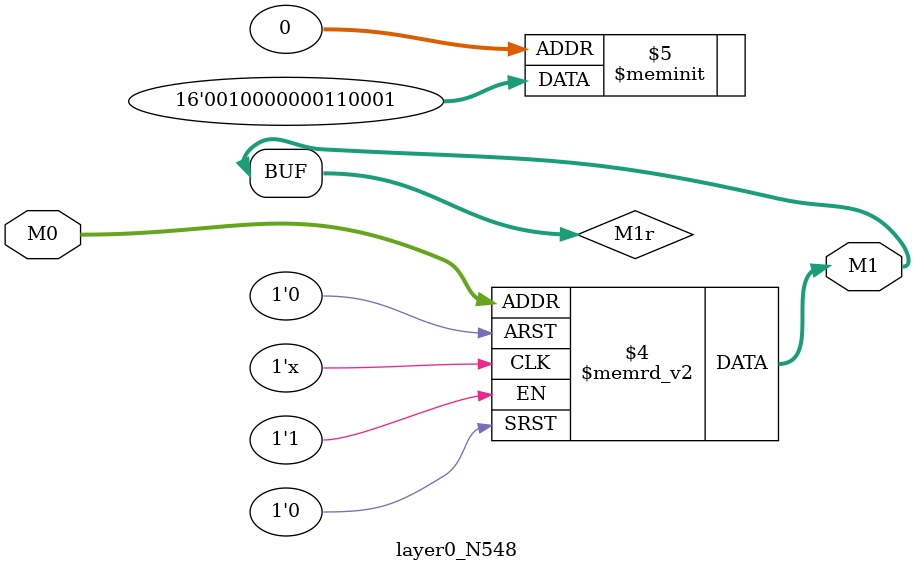
<source format=v>
module layer0_N548 ( input [2:0] M0, output [1:0] M1 );

	(*rom_style = "distributed" *) reg [1:0] M1r;
	assign M1 = M1r;
	always @ (M0) begin
		case (M0)
			3'b000: M1r = 2'b01;
			3'b100: M1r = 2'b00;
			3'b010: M1r = 2'b11;
			3'b110: M1r = 2'b10;
			3'b001: M1r = 2'b00;
			3'b101: M1r = 2'b00;
			3'b011: M1r = 2'b00;
			3'b111: M1r = 2'b00;

		endcase
	end
endmodule

</source>
